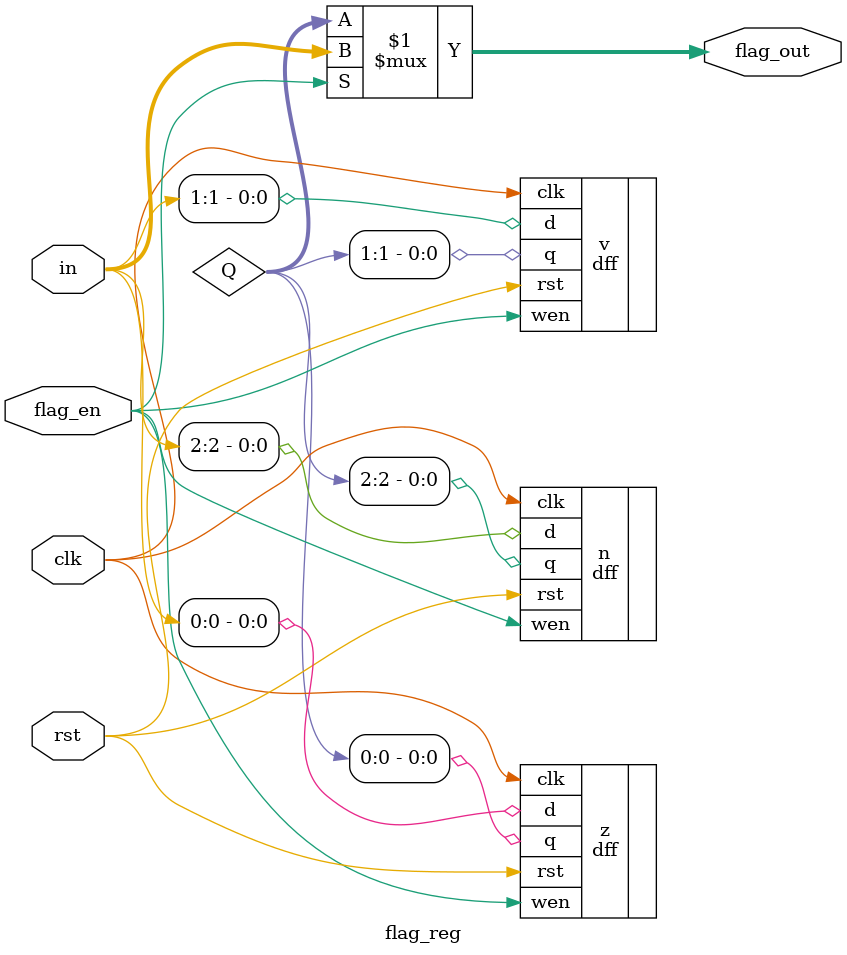
<source format=v>

module flag_reg (clk, rst, flag_en, in, flag_out);
  // input
  input clk, rst, flag_en;
  input [2:0] in;
  // output
  output [2:0] flag_out;

  wire [2:0] Q;

  dff n (.q(Q[2]), .d(in[2]), .wen(flag_en), .clk(clk), .rst(rst));
  dff v (.q(Q[1]), .d(in[1]), .wen(flag_en), .clk(clk), .rst(rst));
  dff z (.q(Q[0]), .d(in[0]), .wen(flag_en), .clk(clk), .rst(rst));

  assign flag_out = flag_en ? in : Q;
endmodule

</source>
